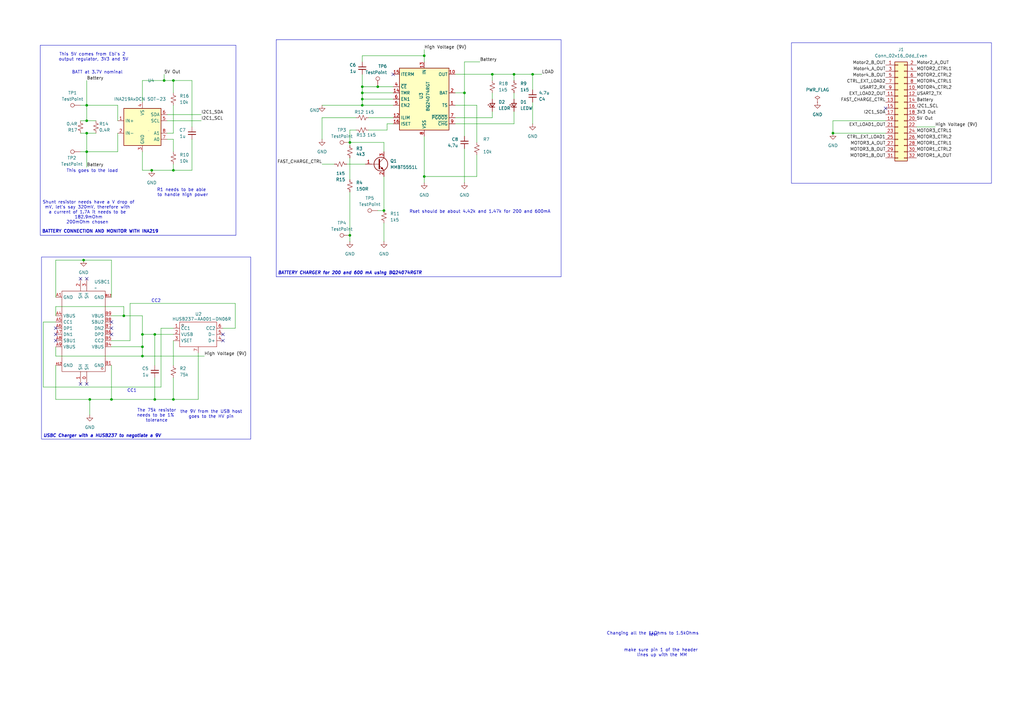
<source format=kicad_sch>
(kicad_sch (version 20250114) (generator "eeschema") (generator_version "9.0")
  (paper "A3")
  (title_block (title "Power board for MM") (date "2025-03-27") (rev "v2") (comment 1 "Author: Josh Smith (SMTJOS022)") (comment 2 "Author: Ebrahim Bhyat (BHYEBR002)"))
  (lib_symbols
    (symbol "Battery_Management:BQ24074RGT"
      (property "Reference" "U" (at -8.89 13.97 0))
      (property "Value" "BQ24074RGT" (at 16.51 13.97 0))
      (symbol "BQ24074RGT_0_1"
        (rectangle (start -10.16 12.7) (end 10.16 -12.7) (stroke (width 0.254)) (fill (type background)))
      )
      (symbol "BQ24074RGT_1_1"
        (pin input line (at -12.7 10.16 0) (length 2.54) (name "ITERM") (number "15"))
        (pin input line (at -12.7 5.08 0) (length 2.54) (name "~{CE}") (number "4"))
        (pin input line (at -12.7 2.54 0) (length 2.54) (name "TMR") (number "14"))
        (pin input line (at -12.7 0 0) (length 2.54) (name "EN1") (number "6"))
        (pin input line (at -12.7 -2.54 0) (length 2.54) (name "EN2") (number "5"))
        (pin passive line (at -12.7 -7.62 0) (length 2.54) (name "ILIM") (number "12"))
        (pin passive line (at -12.7 -10.16 0) (length 2.54) (name "ISET") (number "16"))
        (pin power_in line (at 0 15.24 270) (length 2.54) (name "IN") (number "13"))
        (pin passive line (at 0 -15.24 90) (length 2.54) (hide yes) (name "VSS") (number "17"))
        (pin power_in line (at 0 -15.24 90) (length 2.54) (name "VSS") (number "8"))
        (pin power_out line (at 12.7 10.16 180) (length 2.54) (name "OUT") (number "10"))
        (pin passive line (at 12.7 10.16 180) (length 2.54) (hide yes) (name "OUT") (number "11"))
        (pin power_out line (at 12.7 2.54 180) (length 2.54) (name "BAT") (number "2"))
        (pin passive line (at 12.7 2.54 180) (length 2.54) (hide yes) (name "BAT") (number "3"))
        (pin passive line (at 12.7 -2.54 180) (length 2.54) (name "TS") (number "1"))
        (pin open_collector line (at 12.7 -7.62 180) (length 2.54) (name "~{PGOOD}") (number "7"))
        (pin open_collector line (at 12.7 -10.16 180) (length 2.54) (name "~{CHG}") (number "9"))
      )
    )
    (symbol "Connector:TestPoint" (pin_numbers (hide yes)) (pin_names (offset 0.762) (hide yes))
      (property "Reference" "TP" (at 0 6.858 0))
      (property "Value" "TestPoint" (at 0 5.08 0))
      (symbol "TestPoint_0_1"
        (circle (center 0 3.302) (radius 0.762))
      )
      (symbol "TestPoint_1_1"
        (pin passive line (at 0 0 90) (length 2.54) (name "1") (number "1"))
      )
    )
    (symbol "Connector_Generic:Conn_02x16_Odd_Even" (pin_names (offset 1.016) (hide yes))
      (property "Reference" "J" (at 1.27 20.32 0))
      (property "Value" "Conn_02x16_Odd_Even" (at 1.27 -22.86 0))
      (symbol "Conn_02x16_Odd_Even_1_1"
        (rectangle (start -1.27 19.05) (end 3.81 -21.59) (stroke (width 0.254)) (fill (type background)))
        (rectangle (start -1.27 17.907) (end 0 17.653) (stroke (width 0.1524)))
        (rectangle (start -1.27 15.367) (end 0 15.113) (stroke (width 0.1524)))
        (rectangle (start -1.27 12.827) (end 0 12.573) (stroke (width 0.1524)))
        (rectangle (start -1.27 10.287) (end 0 10.033) (stroke (width 0.1524)))
        (rectangle (start -1.27 7.747) (end 0 7.493) (stroke (width 0.1524)))
        (rectangle (start -1.27 5.207) (end 0 4.953) (stroke (width 0.1524)))
        (rectangle (start -1.27 2.667) (end 0 2.413) (stroke (width 0.1524)))
        (rectangle (start -1.27 0.127) (end 0 -0.127) (stroke (width 0.1524)))
        (rectangle (start -1.27 -2.413) (end 0 -2.667) (stroke (width 0.1524)))
        (rectangle (start -1.27 -4.953) (end 0 -5.207) (stroke (width 0.1524)))
        (rectangle (start -1.27 -7.493) (end 0 -7.747) (stroke (width 0.1524)))
        (rectangle (start -1.27 -10.033) (end 0 -10.287) (stroke (width 0.1524)))
        (rectangle (start -1.27 -12.573) (end 0 -12.827) (stroke (width 0.1524)))
        (rectangle (start -1.27 -15.113) (end 0 -15.367) (stroke (width 0.1524)))
        (rectangle (start -1.27 -17.653) (end 0 -17.907) (stroke (width 0.1524)))
        (rectangle (start -1.27 -20.193) (end 0 -20.447) (stroke (width 0.1524)))
        (rectangle (start 3.81 17.907) (end 2.54 17.653) (stroke (width 0.1524)))
        (rectangle (start 3.81 15.367) (end 2.54 15.113) (stroke (width 0.1524)))
        (rectangle (start 3.81 12.827) (end 2.54 12.573) (stroke (width 0.1524)))
        (rectangle (start 3.81 10.287) (end 2.54 10.033) (stroke (width 0.1524)))
        (rectangle (start 3.81 7.747) (end 2.54 7.493) (stroke (width 0.1524)))
        (rectangle (start 3.81 5.207) (end 2.54 4.953) (stroke (width 0.1524)))
        (rectangle (start 3.81 2.667) (end 2.54 2.413) (stroke (width 0.1524)))
        (rectangle (start 3.81 0.127) (end 2.54 -0.127) (stroke (width 0.1524)))
        (rectangle (start 3.81 -2.413) (end 2.54 -2.667) (stroke (width 0.1524)))
        (rectangle (start 3.81 -4.953) (end 2.54 -5.207) (stroke (width 0.1524)))
        (rectangle (start 3.81 -7.493) (end 2.54 -7.747) (stroke (width 0.1524)))
        (rectangle (start 3.81 -10.033) (end 2.54 -10.287) (stroke (width 0.1524)))
        (rectangle (start 3.81 -12.573) (end 2.54 -12.827) (stroke (width 0.1524)))
        (rectangle (start 3.81 -15.113) (end 2.54 -15.367) (stroke (width 0.1524)))
        (rectangle (start 3.81 -17.653) (end 2.54 -17.907) (stroke (width 0.1524)))
        (rectangle (start 3.81 -20.193) (end 2.54 -20.447) (stroke (width 0.1524)))
        (pin passive line (at -5.08 17.78 0) (length 3.81) (name "Pin_1") (number "1"))
        (pin passive line (at -5.08 15.24 0) (length 3.81) (name "Pin_3") (number "3"))
        (pin passive line (at -5.08 12.7 0) (length 3.81) (name "Pin_5") (number "5"))
        (pin passive line (at -5.08 10.16 0) (length 3.81) (name "Pin_7") (number "7"))
        (pin passive line (at -5.08 7.62 0) (length 3.81) (name "Pin_9") (number "9"))
        (pin passive line (at -5.08 5.08 0) (length 3.81) (name "Pin_11") (number "11"))
        (pin passive line (at -5.08 2.54 0) (length 3.81) (name "Pin_13") (number "13"))
        (pin passive line (at -5.08 0 0) (length 3.81) (name "Pin_15") (number "15"))
        (pin passive line (at -5.08 -2.54 0) (length 3.81) (name "Pin_17") (number "17"))
        (pin passive line (at -5.08 -5.08 0) (length 3.81) (name "Pin_19") (number "19"))
        (pin passive line (at -5.08 -7.62 0) (length 3.81) (name "Pin_21") (number "21"))
        (pin passive line (at -5.08 -10.16 0) (length 3.81) (name "Pin_23") (number "23"))
        (pin passive line (at -5.08 -12.7 0) (length 3.81) (name "Pin_25") (number "25"))
        (pin passive line (at -5.08 -15.24 0) (length 3.81) (name "Pin_27") (number "27"))
        (pin passive line (at -5.08 -17.78 0) (length 3.81) (name "Pin_29") (number "29"))
        (pin passive line (at -5.08 -20.32 0) (length 3.81) (name "Pin_31") (number "31"))
        (pin passive line (at 7.62 17.78 180) (length 3.81) (name "Pin_2") (number "2"))
        (pin passive line (at 7.62 15.24 180) (length 3.81) (name "Pin_4") (number "4"))
        (pin passive line (at 7.62 12.7 180) (length 3.81) (name "Pin_6") (number "6"))
        (pin passive line (at 7.62 10.16 180) (length 3.81) (name "Pin_8") (number "8"))
        (pin passive line (at 7.62 7.62 180) (length 3.81) (name "Pin_10") (number "10"))
        (pin passive line (at 7.62 5.08 180) (length 3.81) (name "Pin_12") (number "12"))
        (pin passive line (at 7.62 2.54 180) (length 3.81) (name "Pin_14") (number "14"))
        (pin passive line (at 7.62 0 180) (length 3.81) (name "Pin_16") (number "16"))
        (pin passive line (at 7.62 -2.54 180) (length 3.81) (name "Pin_18") (number "18"))
        (pin passive line (at 7.62 -5.08 180) (length 3.81) (name "Pin_20") (number "20"))
        (pin passive line (at 7.62 -7.62 180) (length 3.81) (name "Pin_22") (number "22"))
        (pin passive line (at 7.62 -10.16 180) (length 3.81) (name "Pin_24") (number "24"))
        (pin passive line (at 7.62 -12.7 180) (length 3.81) (name "Pin_26") (number "26"))
        (pin passive line (at 7.62 -15.24 180) (length 3.81) (name "Pin_28") (number "28"))
        (pin passive line (at 7.62 -17.78 180) (length 3.81) (name "Pin_30") (number "30"))
        (pin passive line (at 7.62 -20.32 180) (length 3.81) (name "Pin_32") (number "32"))
      )
    )
    (symbol "Device:C_Small" (pin_numbers (hide yes)) (pin_names (offset 0.254) (hide yes))
      (property "Reference" "C" (at 0.254 1.778 0))
      (property "Value" "C_Small" (at 0.254 -2.032 0))
      (symbol "C_Small_0_1"
        (polyline (pts (xy -1.524 0.508) (xy 1.524 0.508)) (stroke (width 0.3048)))
        (polyline (pts (xy -1.524 -0.508) (xy 1.524 -0.508)) (stroke (width 0.3302)))
      )
      (symbol "C_Small_1_1"
        (pin passive line (at 0 2.54 270) (length 2.032) (name "~") (number "1"))
        (pin passive line (at 0 -2.54 90) (length 2.032) (name "~") (number "2"))
      )
    )
    (symbol "Device:LED_Small" (pin_numbers (hide yes)) (pin_names (offset 0.254) (hide yes))
      (property "Reference" "D" (at -1.27 3.175 0))
      (property "Value" "LED_Small" (at -4.445 -2.54 0))
      (symbol "LED_Small_0_1"
        (polyline (pts (xy -0.762 -1.016) (xy -0.762 1.016)) (stroke (width 0.254)))
        (polyline (pts (xy 0 0.762) (xy -0.508 1.27) (xy -0.254 1.27) (xy -0.508 1.27) (xy -0.508 1.016)))
        (polyline (pts (xy 0.508 1.27) (xy 0 1.778) (xy 0.254 1.778) (xy 0 1.778) (xy 0 1.524)))
        (polyline (pts (xy 0.762 -1.016) (xy -0.762 0) (xy 0.762 1.016) (xy 0.762 -1.016)) (stroke (width 0.254)))
        (polyline (pts (xy 1.016 0) (xy -0.762 0)))
      )
      (symbol "LED_Small_1_1"
        (pin passive line (at -2.54 0 0) (length 1.778) (name "K") (number "1"))
        (pin passive line (at 2.54 0 180) (length 1.778) (name "A") (number "2"))
      )
    )
    (symbol "Device:R_Small_US" (pin_numbers (hide yes)) (pin_names (offset 0.254) (hide yes))
      (property "Reference" "R" (at 0.762 0.508 0))
      (property "Value" "R_Small_US" (at 0.762 -1.016 0))
      (symbol "R_Small_US_1_1"
        (polyline (pts (xy 0 1.524) (xy 1.016 1.143) (xy 0 0.762) (xy -1.016 0.381) (xy 0 0)))
        (polyline (pts (xy 0 0) (xy 1.016 -0.381) (xy 0 -0.762) (xy -1.016 -1.143) (xy 0 -1.524)))
        (pin passive line (at 0 2.54 270) (length 1.016) (name "~") (number "1"))
        (pin passive line (at 0 -2.54 90) (length 1.016) (name "~") (number "2"))
      )
    )
    (symbol "GND_1" (power) (pin_numbers (hide yes)) (pin_names (offset 0) (hide yes))
      (property "Value" "GND" (at 0 -3.81 0))
      (symbol "GND_1_0_1"
        (polyline (pts (xy 0 0) (xy 0 -1.27) (xy 1.27 -1.27) (xy 0 -2.54) (xy -1.27 -1.27) (xy 0 -1.27)))
      )
      (symbol "GND_1_1_1"
        (pin power_in line (at 0 0 270) (length 0) (name "~") (number "1"))
      )
    )
    (symbol "GND_2" (power) (pin_numbers (hide yes)) (pin_names (offset 0) (hide yes))
      (property "Value" "GND" (at 0 -3.81 0))
      (symbol "GND_2_0_1"
        (polyline (pts (xy 0 0) (xy 0 -1.27) (xy 1.27 -1.27) (xy 0 -2.54) (xy -1.27 -1.27) (xy 0 -1.27)))
      )
      (symbol "GND_2_1_1"
        (pin power_in line (at 0 0 270) (length 0) (name "~") (number "1"))
      )
    )
    (symbol "GND_3" (power) (pin_numbers (hide yes)) (pin_names (offset 0) (hide yes))
      (property "Value" "GND" (at 0 -3.81 0))
      (symbol "GND_3_0_1"
        (polyline (pts (xy 0 0) (xy 0 -1.27) (xy 1.27 -1.27) (xy 0 -2.54) (xy -1.27 -1.27) (xy 0 -1.27)))
      )
      (symbol "GND_3_1_1"
        (pin power_in line (at 0 0 270) (length 0) (name "~") (number "1"))
      )
    )
    (symbol "GND_4" (power) (pin_numbers (hide yes)) (pin_names (offset 0) (hide yes))
      (property "Value" "GND" (at 0 -3.81 0))
      (symbol "GND_4_0_1"
        (polyline (pts (xy 0 0) (xy 0 -1.27) (xy 1.27 -1.27) (xy 0 -2.54) (xy -1.27 -1.27) (xy 0 -1.27)))
      )
      (symbol "GND_4_1_1"
        (pin power_in line (at 0 0 270) (length 0) (name "~") (number "1"))
      )
    )
    (symbol "GND_5" (power) (pin_numbers (hide yes)) (pin_names (offset 0) (hide yes))
      (property "Value" "GND" (at 0 -3.81 0))
      (symbol "GND_5_0_1"
        (polyline (pts (xy 0 0) (xy 0 -1.27) (xy 1.27 -1.27) (xy 0 -2.54) (xy -1.27 -1.27) (xy 0 -1.27)))
      )
      (symbol "GND_5_1_1"
        (pin power_in line (at 0 0 270) (length 0) (name "~") (number "1"))
      )
    )
    (symbol "Sensor_Energy:INA219AxDCN"
      (property "Reference" "U" (at -6.35 8.89 0))
      (property "Value" "INA219AxDCN" (at 6.35 8.89 0))
      (symbol "INA219AxDCN_0_1"
        (rectangle (start -7.62 7.62) (end 7.62 -7.62) (stroke (width 0.254)) (fill (type background)))
      )
      (symbol "INA219AxDCN_1_1"
        (pin input line (at -10.16 2.54 0) (length 2.54) (name "IN+") (number "1"))
        (pin input line (at -10.16 -2.54 0) (length 2.54) (name "IN-") (number "2"))
        (pin power_in line (at 0 10.16 270) (length 2.54) (name "VS") (number "4"))
        (pin power_in line (at 0 -10.16 90) (length 2.54) (name "GND") (number "3"))
        (pin bidirectional line (at 10.16 5.08 180) (length 2.54) (name "SDA") (number "6"))
        (pin input line (at 10.16 2.54 180) (length 2.54) (name "SCL") (number "5"))
        (pin input line (at 10.16 -2.54 180) (length 2.54) (name "A1") (number "8"))
        (pin input line (at 10.16 -5.08 180) (length 2.54) (name "A0") (number "7"))
      )
    )
    (symbol "TYPE-C-31-M-12 Schematic:TYPE-C-31-M-12"
      (property "Reference" "USBC" (at 0 0 0))
      (symbol "TYPE-C-31-M-12_1_0"
        (rectangle (start -8.89 -16.51) (end 8.89 16.51))
        (circle (center -7.62 15.24) (radius 0.381))
        (pin unspecified line (at -11.43 13.97 0) (length 2.54) (name "GND") (number "B1"))
        (pin unspecified line (at -11.43 6.35 0) (length 2.54) (name "VBUS") (number "B4"))
        (pin unspecified line (at -11.43 3.81 0) (length 2.54) (name "CC2") (number "B5"))
        (pin unspecified line (at -11.43 1.27 0) (length 2.54) (name "DP2") (number "B6"))
        (pin unspecified line (at -11.43 -1.27 0) (length 2.54) (name "DN2") (number "B7"))
        (pin unspecified line (at -11.43 -3.81 0) (length 2.54) (name "SBU2") (number "B8"))
        (pin unspecified line (at -11.43 -6.35 0) (length 2.54) (name "VBUS") (number "B9"))
        (pin unspecified line (at -11.43 -13.97 0) (length 2.54) (name "GND") (number "B12"))
        (pin unspecified line (at -1.27 21.59 270) (length 5.08) (name "SH") (number "0"))
        (pin unspecified line (at -1.27 -21.59 90) (length 5.08) (name "SH") (number "3"))
        (pin unspecified line (at 1.27 21.59 270) (length 5.08) (name "SH") (number "1"))
        (pin unspecified line (at 1.27 -21.59 90) (length 5.08) (name "SH") (number "2"))
        (pin unspecified line (at 11.43 13.97 180) (length 2.54) (name "GND") (number "A12"))
        (pin unspecified line (at 11.43 6.35 180) (length 2.54) (name "VBUS") (number "A9"))
        (pin unspecified line (at 11.43 3.81 180) (length 2.54) (name "SBU1") (number "A8"))
        (pin unspecified line (at 11.43 1.27 180) (length 2.54) (name "DN1") (number "A7"))
        (pin unspecified line (at 11.43 -1.27 180) (length 2.54) (name "DP1") (number "A6"))
        (pin unspecified line (at 11.43 -3.81 180) (length 2.54) (name "CC1") (number "A5"))
        (pin unspecified line (at 11.43 -6.35 180) (length 2.54) (name "VBUS") (number "A4"))
        (pin unspecified line (at 11.43 -13.97 180) (length 2.54) (name "GND") (number "A1"))
      )
    )
    (symbol "Transistor_BJT:MMBT5551L" (pin_names (offset 0) (hide yes))
      (property "Reference" "Q" (at 5.08 1.905 0))
      (property "Value" "MMBT5551L" (at 5.08 0 0))
      (symbol "MMBT5551L_0_1"
        (polyline (pts (xy -2.54 0) (xy 0.635 0)))
        (polyline (pts (xy 0.635 1.905) (xy 0.635 -1.905)) (stroke (width 0.508)))
        (circle (center 1.27 0) (radius 2.8194) (stroke (width 0.254)))
      )
      (symbol "MMBT5551L_1_1"
        (polyline (pts (xy 0.635 0.635) (xy 2.54 2.54)))
        (polyline (pts (xy 0.635 -0.635) (xy 2.54 -2.54)))
        (polyline (pts (xy 1.27 -1.778) (xy 1.778 -1.27) (xy 2.286 -2.286) (xy 1.27 -1.778)) (fill (type outline)))
        (pin input line (at -5.08 0 0) (length 2.54) (name "B") (number "1"))
        (pin passive line (at 2.54 5.08 270) (length 2.54) (name "C") (number "3"))
        (pin passive line (at 2.54 -5.08 90) (length 2.54) (name "E") (number "2"))
      )
    )
    (symbol "penis-altium-import:root_0_HUSB237-AA001-DN06R_"
      (symbol "root_0_HUSB237-AA001-DN06R__1_0"
        (rectangle (start -7.62 5.08) (end 7.62 -5.08) (stroke (width 0) (color 160 0 0 1)))
        (circle (center -6.35 3.81) (radius 0.381) (stroke (width 0) (color 0 0 0 1)))
        (pin passive line (at -10.16 2.54 0) (length 2.54) (name "CC1") (number "1"))
        (pin passive line (at -10.16 0 0) (length 2.54) (name "VUSB") (number "2"))
        (pin passive line (at -10.16 -2.54 0) (length 2.54) (name "VSET") (number "3"))
        (pin passive line (at 0 -7.62 90) (length 2.54) (name "GND") (number "7"))
        (pin passive line (at 10.16 2.54 180) (length 2.54) (name "CC2") (number "6"))
        (pin passive line (at 10.16 0 180) (length 2.54) (name "D-") (number "5"))
        (pin passive line (at 10.16 -2.54 180) (length 2.54) (name "D+") (number "4"))
      )
    )
    (symbol "power:PWR_FLAG" (power) (pin_numbers (hide yes)) (pin_names (offset 0) (hide yes))
      (property "Value" "PWR_FLAG" (at 0 3.81 0))
      (symbol "PWR_FLAG_0_0"
        (pin power_out line (at 0 0 90) (length 0) (name "~") (number "1"))
      )
      (symbol "PWR_FLAG_0_1"
        (polyline (pts (xy 0 0) (xy 0 1.27) (xy -1.016 1.905) (xy 0 2.54) (xy 1.016 1.905) (xy 0 1.27)))
      )
    )
  )
  (rectangle (start 113.284 16.256) (end 230.124 113.538))
  (rectangle (start 17.018 105.41) (end 102.87 180.086))
  (rectangle (start 324.612 17.526) (end 406.654 75.184))
  (rectangle (start 16.51 18.542) (end 96.774 96.52))
  (rectangle (start 60.96 53.594) (end 60.96 53.594))
  (text "This 5V comes from Ebi's 2 \noutput regulator, 3V3 and 5V\n" (at 38.354 23.368 0) (effects (font (size 1.27 1.27))))
  (text "This goes to the load\n" (at 37.846 70.104 0) (effects (font (size 1.27 1.27))))
  (text "Shunt resistor needs have a V drop of\nmV, let's say 320mV, therefore with \na current of 1.7A it needs to be \n182.9mOhm\n200mOhm chosen \n" (at 36.322 87.122 0) (effects (font (size 1.27 1.27))))
  (text "R1 needs to be able \nto handle high power\n" (at 74.93 78.994 0) (effects (font (size 1.27 1.27))))
  (text "BATTERY CONNECTION AND MONITOR WITH INA219\n" (at 41.148 94.996 0) (effects (font (size 1.27 1.27) (thickness 0.254) (bold yes))))
  (text "Rset should be about 4.42k and 1.47k for 200 and 600mA\n" (at 196.85 86.868 0) (effects (font (size 1.27 1.27))))
  (text "BATTERY CHARGER for 200 and 600 mA using BQ24074RGTR\n" (at 143.51 112.014 0) (effects (font (size 1.27 1.27) (thickness 0.254) (bold yes) (italic yes))))
  (text "USBC Charger with a HUSB237 to negotiate a 9V\n" (at 41.91 178.816 0) (effects (font (size 1.27 1.27) (thickness 0.254) (bold yes) (italic yes))))
  (text "make sure pin 1 of the header \nlines up with the MM\n" (at 271.526 267.716 0) (effects (font (size 1.27 1.27))))
  (text "BATT at 3.7V nominal\n\n" (at 39.878 30.734 0) (effects (font (size 1.27 1.27))))
  (text "the 9V from the USB host\ngoes to the HV pin\n" (at 86.614 169.926 0) (effects (font (size 1.27 1.27))))
  (text "Changing all the 1kOhms to 1.5kOhms" (at 267.716 259.842 0) (effects (font (size 1.27 1.27))))
  (text "test\n" (at 267.97 260.35 0) (effects (font (size 1.27 1.27))))
  (text "The 75k resistor\nneeds to be 1% \ntolerance\n" (at 64.262 170.434 0) (effects (font (size 1.27 1.27))))
  (text "CC1" (at 54.102 160.274 0) (effects (font (size 1.27 1.27))))
  (text "CC2" (at 64.008 123.444 0) (effects (font (size 1.27 1.27))))
  (junction (at 154.94 35.56))
  (junction (at 35.56 54.61))
  (junction (at 201.93 30.48))
  (junction (at 58.42 146.05))
  (junction (at 148.59 35.56))
  (junction (at 58.42 137.16))
  (junction (at 36.83 163.83))
  (junction (at 148.59 43.18))
  (junction (at 210.82 30.48))
  (junction (at 143.51 58.42))
  (junction (at 341.63 54.61))
  (junction (at 67.31 33.02))
  (junction (at 148.59 40.64))
  (junction (at 35.56 49.53))
  (junction (at 71.12 163.83))
  (junction (at 35.56 62.23))
  (junction (at 71.12 69.85))
  (junction (at 173.99 72.39))
  (junction (at 34.29 106.68))
  (junction (at 58.42 142.24))
  (junction (at 71.12 33.02))
  (junction (at 143.51 96.52))
  (junction (at 35.56 43.18))
  (junction (at 190.5 38.1))
  (junction (at 173.99 22.86))
  (junction (at 218.44 30.48))
  (junction (at 63.5 163.83))
  (junction (at 157.48 86.36))
  (junction (at 50.8 129.54))
  (junction (at 148.59 38.1))
  (junction (at 62.23 69.85))
  (junction (at 63.5 137.16))
  (junction (at 45.72 163.83))
  (no_connect (at 363.22 44.45))
  (no_connect (at 22.86 137.16))
  (no_connect (at 91.44 139.7))
  (no_connect (at 45.72 132.08))
  (no_connect (at 35.56 114.3))
  (no_connect (at 45.72 134.62))
  (no_connect (at 22.86 134.62))
  (no_connect (at 91.44 137.16))
  (no_connect (at 33.02 157.48))
  (no_connect (at 45.72 137.16))
  (no_connect (at 161.29 30.48))
  (no_connect (at 33.02 114.3))
  (no_connect (at 35.56 157.48))
  (no_connect (at 22.86 139.7))
  (wire (pts (xy 151.13 53.34) (xy 158.75 53.34)))
  (wire (pts (xy 63.5 163.83) (xy 71.12 163.83)))
  (wire (pts (xy 148.59 38.1) (xy 161.29 38.1)))
  (wire (pts (xy 58.42 129.54) (xy 58.42 137.16)))
  (wire (pts (xy 190.5 25.4) (xy 196.85 25.4)))
  (wire (pts (xy 201.93 30.48) (xy 210.82 30.48)))
  (wire (pts (xy 148.59 40.64) (xy 161.29 40.64)))
  (wire (pts (xy 81.28 163.83) (xy 81.28 144.78)))
  (wire (pts (xy 186.69 38.1) (xy 190.5 38.1)))
  (wire (pts (xy 148.59 35.56) (xy 148.59 38.1)))
  (wire (pts (xy 35.56 54.61) (xy 35.56 62.23)))
  (wire (pts (xy 50.8 129.54) (xy 45.72 129.54)))
  (wire (pts (xy 48.26 43.18) (xy 48.26 49.53)))
  (wire (pts (xy 190.5 74.93) (xy 190.5 60.96)))
  (wire (pts (xy 190.5 25.4) (xy 190.5 38.1)))
  (wire (pts (xy 218.44 30.48) (xy 218.44 36.83)))
  (wire (pts (xy 22.86 149.86) (xy 22.86 163.83)))
  (wire (pts (xy 195.58 43.18) (xy 195.58 58.42)))
  (wire (pts (xy 22.86 132.08) (xy 17.78 132.08)))
  (wire (pts (xy 68.58 57.15) (xy 71.12 57.15)))
  (wire (pts (xy 148.59 38.1) (xy 148.59 40.64)))
  (wire (pts (xy 71.12 57.15) (xy 71.12 62.23)))
  (wire (pts (xy 201.93 45.72) (xy 201.93 48.26)))
  (wire (pts (xy 143.51 53.34) (xy 146.05 53.34)))
  (wire (pts (xy 210.82 30.48) (xy 218.44 30.48)))
  (wire (pts (xy 186.69 30.48) (xy 201.93 30.48)))
  (wire (pts (xy 22.86 129.54) (xy 22.86 125.73)))
  (wire (pts (xy 58.42 69.85) (xy 62.23 69.85)))
  (wire (pts (xy 45.72 142.24) (xy 58.42 142.24)))
  (wire (pts (xy 210.82 45.72) (xy 210.82 50.8)))
  (wire (pts (xy 58.42 62.23) (xy 58.42 69.85)))
  (wire (pts (xy 35.56 49.53) (xy 33.02 49.53)))
  (wire (pts (xy 71.12 33.02) (xy 71.12 38.1)))
  (wire (pts (xy 58.42 137.16) (xy 58.42 142.24)))
  (wire (pts (xy 148.59 30.48) (xy 148.59 35.56)))
  (wire (pts (xy 154.94 35.56) (xy 148.59 35.56)))
  (wire (pts (xy 71.12 139.7) (xy 71.12 149.86)))
  (wire (pts (xy 45.72 163.83) (xy 63.5 163.83)))
  (wire (pts (xy 33.02 54.61) (xy 35.56 54.61)))
  (wire (pts (xy 67.31 33.02) (xy 71.12 33.02)))
  (wire (pts (xy 186.69 48.26) (xy 201.93 48.26)))
  (wire (pts (xy 186.69 43.18) (xy 195.58 43.18)))
  (wire (pts (xy 157.48 91.44) (xy 157.48 99.06)))
  (wire (pts (xy 66.04 134.62) (xy 66.04 158.75)))
  (wire (pts (xy 63.5 137.16) (xy 71.12 137.16)))
  (wire (pts (xy 22.86 106.68) (xy 34.29 106.68)))
  (wire (pts (xy 218.44 41.91) (xy 218.44 50.8)))
  (wire (pts (xy 143.51 53.34) (xy 143.51 58.42)))
  (wire (pts (xy 195.58 63.5) (xy 195.58 72.39)))
  (wire (pts (xy 132.08 43.18) (xy 148.59 43.18)))
  (wire (pts (xy 210.82 33.02) (xy 210.82 30.48)))
  (wire (pts (xy 142.24 67.31) (xy 149.86 67.31)))
  (wire (pts (xy 78.74 57.15) (xy 78.74 69.85)))
  (wire (pts (xy 190.5 38.1) (xy 190.5 55.88)))
  (wire (pts (xy 17.78 132.08) (xy 17.78 158.75)))
  (wire (pts (xy 53.34 124.46) (xy 96.52 124.46)))
  (wire (pts (xy 58.42 129.54) (xy 50.8 129.54)))
  (wire (pts (xy 173.99 22.86) (xy 148.59 22.86)))
  (wire (pts (xy 66.04 134.62) (xy 71.12 134.62)))
  (wire (pts (xy 148.59 22.86) (xy 148.59 25.4)))
  (wire (pts (xy 17.78 158.75) (xy 66.04 158.75)))
  (wire (pts (xy 148.59 40.64) (xy 148.59 43.18)))
  (wire (pts (xy 154.94 86.36) (xy 157.48 86.36)))
  (wire (pts (xy 201.93 30.48) (xy 201.93 33.02)))
  (wire (pts (xy 341.63 49.53) (xy 363.22 49.53)))
  (wire (pts (xy 58.42 142.24) (xy 58.42 146.05)))
  (wire (pts (xy 22.86 142.24) (xy 22.86 146.05)))
  (wire (pts (xy 58.42 33.02) (xy 58.42 41.91)))
  (wire (pts (xy 161.29 35.56) (xy 154.94 35.56)))
  (wire (pts (xy 58.42 146.05) (xy 83.82 146.05)))
  (wire (pts (xy 39.37 49.53) (xy 35.56 49.53)))
  (wire (pts (xy 173.99 55.88) (xy 173.99 72.39)))
  (wire (pts (xy 36.83 163.83) (xy 45.72 163.83)))
  (wire (pts (xy 218.44 30.48) (xy 222.25 30.48)))
  (wire (pts (xy 143.51 78.74) (xy 143.51 96.52)))
  (wire (pts (xy 143.51 96.52) (xy 143.51 99.06)))
  (wire (pts (xy 158.75 50.8) (xy 158.75 53.34)))
  (wire (pts (xy 210.82 38.1) (xy 210.82 40.64)))
  (wire (pts (xy 22.86 125.73) (xy 50.8 125.73)))
  (wire (pts (xy 63.5 154.94) (xy 63.5 163.83)))
  (wire (pts (xy 36.83 170.18) (xy 36.83 163.83)))
  (wire (pts (xy 143.51 58.42) (xy 143.51 59.69)))
  (wire (pts (xy 35.56 62.23) (xy 48.26 62.23)))
  (wire (pts (xy 35.56 43.18) (xy 48.26 43.18)))
  (wire (pts (xy 45.72 106.68) (xy 45.72 121.92)))
  (wire (pts (xy 33.02 43.18) (xy 35.56 43.18)))
  (wire (pts (xy 173.99 20.32) (xy 173.99 22.86)))
  (wire (pts (xy 53.34 139.7) (xy 53.34 124.46)))
  (wire (pts (xy 132.08 48.26) (xy 146.05 48.26)))
  (wire (pts (xy 45.72 139.7) (xy 53.34 139.7)))
  (wire (pts (xy 143.51 64.77) (xy 143.51 73.66)))
  (wire (pts (xy 71.12 69.85) (xy 78.74 69.85)))
  (wire (pts (xy 96.52 124.46) (xy 96.52 134.62)))
  (wire (pts (xy 383.54 52.07) (xy 375.92 52.07)))
  (wire (pts (xy 173.99 22.86) (xy 173.99 25.4)))
  (wire (pts (xy 58.42 33.02) (xy 67.31 33.02)))
  (wire (pts (xy 48.26 54.61) (xy 48.26 62.23)))
  (wire (pts (xy 68.58 46.99) (xy 82.55 46.99)))
  (wire (pts (xy 341.63 54.61) (xy 341.63 49.53)))
  (wire (pts (xy 22.86 163.83) (xy 36.83 163.83)))
  (wire (pts (xy 62.23 69.85) (xy 71.12 69.85)))
  (wire (pts (xy 148.59 43.18) (xy 161.29 43.18)))
  (wire (pts (xy 157.48 58.42) (xy 157.48 62.23)))
  (wire (pts (xy 35.56 62.23) (xy 35.56 68.58)))
  (wire (pts (xy 71.12 67.31) (xy 71.12 69.85)))
  (wire (pts (xy 58.42 137.16) (xy 63.5 137.16)))
  (wire (pts (xy 68.58 49.53) (xy 82.55 49.53)))
  (wire (pts (xy 35.56 54.61) (xy 39.37 54.61)))
  (wire (pts (xy 161.29 50.8) (xy 158.75 50.8)))
  (wire (pts (xy 33.02 62.23) (xy 35.56 62.23)))
  (wire (pts (xy 173.99 72.39) (xy 173.99 74.93)))
  (wire (pts (xy 35.56 33.02) (xy 35.56 43.18)))
  (wire (pts (xy 34.29 106.68) (xy 45.72 106.68)))
  (wire (pts (xy 71.12 154.94) (xy 71.12 163.83)))
  (wire (pts (xy 22.86 146.05) (xy 58.42 146.05)))
  (wire (pts (xy 341.63 54.61) (xy 363.22 54.61)))
  (wire (pts (xy 96.52 134.62) (xy 91.44 134.62)))
  (wire (pts (xy 78.74 33.02) (xy 78.74 52.07)))
  (wire (pts (xy 71.12 163.83) (xy 81.28 163.83)))
  (wire (pts (xy 45.72 149.86) (xy 45.72 163.83)))
  (wire (pts (xy 63.5 137.16) (xy 63.5 149.86)))
  (wire (pts (xy 67.31 33.02) (xy 67.31 30.48)))
  (wire (pts (xy 68.58 54.61) (xy 71.12 54.61)))
  (wire (pts (xy 157.48 72.39) (xy 157.48 86.36)))
  (wire (pts (xy 201.93 38.1) (xy 201.93 40.64)))
  (wire (pts (xy 71.12 54.61) (xy 71.12 43.18)))
  (wire (pts (xy 173.99 72.39) (xy 195.58 72.39)))
  (wire (pts (xy 50.8 125.73) (xy 50.8 129.54)))
  (wire (pts (xy 35.56 43.18) (xy 35.56 49.53)))
  (wire (pts (xy 132.08 48.26) (xy 132.08 57.15)))
  (wire (pts (xy 161.29 48.26) (xy 151.13 48.26)))
  (wire (pts (xy 143.51 58.42) (xy 157.48 58.42)))
  (wire (pts (xy 22.86 106.68) (xy 22.86 121.92)))
  (wire (pts (xy 71.12 33.02) (xy 78.74 33.02)))
  (wire (pts (xy 132.08 67.31) (xy 137.16 67.31)))
  (wire (pts (xy 210.82 50.8) (xy 186.69 50.8)))
  (label "EXT_LOAD2_OUT" (at 363.22 39.37 180))
  (label "I2C1_SCL" (at 82.55 49.53 0))
  (label "FAST_CHARGE_CTRL" (at 363.22 41.91 180))
  (label "Motor4_A_OUT" (at 363.22 29.21 180))
  (label "High Voltage (9V)" (at 383.54 52.07 0))
  (label "CTRL_EXT_LOAD1" (at 363.22 57.15 180))
  (label "Battery" (at 196.85 25.4 0))
  (label "MOTOR1_B_OUT" (at 363.22 64.77 180))
  (label "FAST_CHARGE_CTRL" (at 132.08 67.31 180))
  (label "5V Out" (at 67.31 30.48 0))
  (label "Battery" (at 35.56 33.02 0))
  (label "5V Out" (at 375.92 49.53 0))
  (label "LOAD" (at 222.25 30.48 0))
  (label "High Voltage (9V)" (at 173.99 20.32 0))
  (label "High Voltage (9V)" (at 83.82 146.05 0))
  (label "EXT_LOAD1_OUT" (at 363.22 52.07 180))
  (label "3V3 Out" (at 375.92 46.99 0))
  (label "MOTOR2_CTRL2" (at 375.92 31.75 0))
  (label "Battery" (at 375.92 41.91 0))
  (label "MOTOR3_CTRL1" (at 375.92 54.61 0))
  (label "MOTOR3_B_OUT" (at 363.22 62.23 180))
  (label "MOTOR1_CTRL1" (at 375.92 59.69 0))
  (label "MOTOR4_CTRL2" (at 375.92 36.83 0))
  (label "MOTOR3_A_OUT" (at 363.22 59.69 180))
  (label "I2C1_SCL" (at 375.92 44.45 0))
  (label "MOTOR1_CTRL2" (at 375.92 62.23 0))
  (label "I2C1_SDA" (at 363.22 46.99 180))
  (label "USART2_TX" (at 375.92 39.37 0))
  (label "MOTOR1_A_OUT" (at 375.92 64.77 0))
  (label "CTRL_EXT_LOAD2" (at 363.22 34.29 180))
  (label "Motor4_B_OUT" (at 363.22 31.75 180))
  (label "Motor2_B_OUT" (at 363.22 26.67 180))
  (label "MOTOR3_CTRL2" (at 375.92 57.15 0))
  (label "Battery" (at 35.56 68.58 0))
  (label "MOTOR2_CTRL1" (at 375.92 29.21 0))
  (label "USART2_RX" (at 363.22 36.83 180))
  (label "MOTOR4_CTRL1" (at 375.92 34.29 0))
  (label "I2C1_SDA" (at 82.55 46.99 0))
  (label "Motor2_A_OUT" (at 375.92 26.67 0))
  (symbol (lib_id "Device:R_Small_US") (at 195.58 60.96 0) (unit 1)
    (property "Reference" "R7" (at 198.12 57.1499 0) (effects (justify left)))
    (property "Value" "10k" (at 198.12 62.2299 0) (effects (justify left)))
    (property "Footprint" "Resistor_SMD:R_0603_1608Metric_Pad0.98x0.95mm_HandSolder" (effects (hide yes)))
    (property "Description" "Resistor, small US symbol" (effects (hide yes)))
    (property "LCSC" "C25804" (effects (hide yes)))
  )
  (symbol (lib_id "Device:R_Small_US") (at 71.12 40.64 0) (unit 1)
    (property "Reference" "R16" (at 73.66 39.3699 0) (effects (justify left)))
    (property "Value" "10k" (at 73.66 41.9099 0) (effects (justify left)))
    (property "Footprint" "Resistor_SMD:R_0603_1608Metric_Pad0.98x0.95mm_HandSolder" (effects (hide yes)))
    (property "Description" "Resistor, small US symbol" (effects (hide yes)))
    (property "Supplier" "LCSC" (effects (hide yes)))
    (property "LCSC" "C25804" (effects (hide yes)))
  )
  (symbol (lib_id "Device:R_Small_US") (at 148.59 53.34 90) (mirror x) (unit 1)
    (property "Reference" "R13" (at 148.082 55.372 90))
    (property "Value" "1k5" (at 152.4 55.372 90))
    (property "Footprint" "Resistor_SMD:R_0603_1608Metric_Pad0.98x0.95mm_HandSolder" (effects (hide yes)))
    (property "Description" "Resistor, small US symbol" (effects (hide yes)))
    (property "Supplier" "LCSC" (effects (hide yes)))
    (property "LCSC" "C22843" (effects (hide yes)))
  )
  (symbol (lib_name "GND_4") (lib_id "power:GND") (at 143.51 99.06 0) (unit 1)
    (property "Reference" "#PWR08" (effects (hide yes)))
    (property "Value" "GND" (at 143.51 104.14 0))
    (property "Description" "Power symbol creates a global label with name \"GND\" , ground" (effects (hide yes)))
  )
  (symbol (lib_name "GND_5") (lib_id "power:GND") (at 335.28 41.91 0) (unit 1)
    (property "Reference" "#PWR014" (effects (hide yes)))
    (property "Value" "GND" (at 335.28 46.99 0))
    (property "Description" "Power symbol creates a global label with name \"GND\" , ground" (effects (hide yes)))
  )
  (symbol (lib_id "Device:C_Small") (at 190.5 58.42 0) (mirror x) (unit 1)
    (property "Reference" "C8" (at 187.96 57.1435 0) (effects (justify right)))
    (property "Value" "4.7u" (at 187.96 59.6835 0) (effects (justify right)))
    (property "Footprint" "Capacitor_SMD:C_0603_1608Metric_Pad1.08x0.95mm_HandSolder" (effects (hide yes)))
    (property "Description" "Unpolarized capacitor, small symbol" (effects (hide yes)))
    (property "Supplier" "LCSC" (effects (hide yes)))
    (property "LCSC" "C19666" (effects (hide yes)))
  )
  (symbol (lib_id "TYPE-C-31-M-12 Schematic:TYPE-C-31-M-12") (at 34.29 135.89 180) (unit 1)
    (property "Reference" "USBC1" (at 38.6781 115.57 0) (effects (justify right)))
    (property "Value" "~" (at 38.6781 118.11 0) (effects (justify right)))
    (property "Footprint" "Connector_USB:USB_C_Receptacle_HRO_TYPE-C-31-M-12" (effects (hide yes)))
    (property "Datasheet" "https://atta.szlcsc.com/upload/public/pdf/source/20220525/466408E853115E789EDB0DDC29077C05.pdf" (effects (hide yes)))
    (property "Description" "Connector Type:Type-C Standard:- Gender:Female Mounting Style:- Number of Contacts:16P Number of Ports:1 Current Rating - Power (Max):5A Operating Temperature Range:- Operating Temperature Range:-" (effects (hide yes)))
    (property "Manufacturer Part" "TYPE-C-31-M-12" (effects (hide yes)))
    (property "Manufacturer" "韩国韩荣" (effects (hide yes)))
    (property "LCSC" "C165948" (effects (hide yes)))
    (property "Supplier" "LCSC" (effects (hide yes)))
    (property "LCSC Part Name" "Type-C 母" (effects (hide yes)))
  )
  (symbol (lib_id "Device:C_Small") (at 148.59 27.94 0) (mirror y) (unit 1)
    (property "Reference" "C6" (at 146.05 26.6762 0) (effects (justify left)))
    (property "Value" "1u" (at 146.05 29.2162 0) (effects (justify left)))
    (property "Footprint" "Capacitor_SMD:C_0603_1608Metric_Pad1.08x0.95mm_HandSolder" (effects (hide yes)))
    (property "Description" "Unpolarized capacitor, small symbol" (effects (hide yes)))
    (property "Supplier" "LCSC" (effects (hide yes)))
    (property "LCSC" "C15849" (effects (hide yes)))
  )
  (symbol (lib_id "Connector:TestPoint") (at 143.51 96.52 90) (unit 1)
    (property "Reference" "TP4" (at 140.208 91.44 90))
    (property "Value" "TestPoint" (at 140.208 93.98 90))
    (property "Footprint" "TestPoint:TestPoint_Pad_D3.0mm" (effects (hide yes)))
    (property "Description" "test point" (effects (hide yes)))
  )
  (symbol (lib_id "Device:R_Small_US") (at 148.59 48.26 90) (unit 1)
    (property "Reference" "R12" (at 147.32 45.974 90))
    (property "Value" "1k5" (at 151.638 45.974 90))
    (property "Footprint" "Resistor_SMD:R_0603_1608Metric_Pad0.98x0.95mm_HandSolder" (effects (hide yes)))
    (property "Description" "Resistor, small US symbol" (effects (hide yes)))
    (property "Supplier" "LCSC" (effects (hide yes)))
    (property "LCSC" "C22843" (effects (hide yes)))
  )
  (symbol (lib_id "Device:R_Small_US") (at 71.12 64.77 0) (unit 1)
    (property "Reference" "R10" (at 73.66 63.4999 0) (effects (justify left)))
    (property "Value" "10k" (at 73.66 66.0399 0) (effects (justify left)))
    (property "Footprint" "Resistor_SMD:R_0603_1608Metric_Pad0.98x0.95mm_HandSolder" (effects (hide yes)))
    (property "Description" "Resistor, small US symbol" (effects (hide yes)))
    (property "Supplier" "LCSC" (effects (hide yes)))
    (property "LCSC" "C25804" (effects (hide yes)))
  )
  (symbol (lib_id "Connector:TestPoint") (at 33.02 43.18 90) (unit 1)
    (property "Reference" "TP1" (at 29.718 38.1 90))
    (property "Value" "TestPoint" (at 29.718 40.64 90))
    (property "Footprint" "TestPoint:TestPoint_Pad_D3.0mm" (effects (hide yes)))
    (property "Description" "test point" (effects (hide yes)))
  )
  (symbol (lib_id "Sensor_Energy:INA219AxDCN") (at 58.42 52.07 0) (unit 1)
    (property "Reference" "U4" (at 60.5633 33.02 0) (effects (justify left)))
    (property "Value" "INA219AxDCN SOT-23" (at 46.736 40.64 0) (effects (justify left)))
    (property "Footprint" "Package_TO_SOT_SMD:SOT-23-8" (effects (hide yes)))
    (property "Datasheet" "http://www.ti.com/lit/ds/symlink/ina219.pdf" (effects (hide yes)))
    (property "Description" "Zero-Drift, Bidirectional Current/Power Monitor (0-26V) With I2C Interface, SOT-23-8" (effects (hide yes)))
    (property "Supplier" "LCSC" (effects (hide yes)))
    (property "LCSC" "C87469" (effects (hide yes)))
  )
  (symbol (lib_id "Device:R_Small_US") (at 157.48 88.9 0) (unit 1)
    (property "Reference" "R11" (at 160.02 87.6299 0) (effects (justify left)))
    (property "Value" "1k5" (at 160.02 90.1699 0) (effects (justify left)))
    (property "Footprint" "Resistor_SMD:R_0603_1608Metric_Pad0.98x0.95mm_HandSolder" (effects (hide yes)))
    (property "Description" "Resistor, small US symbol" (effects (hide yes)))
    (property "Supplier" "LCSC" (effects (hide yes)))
    (property "LCSC" "C22843" (effects (hide yes)))
  )
  (symbol (lib_name "GND_4") (lib_id "power:GND") (at 218.44 50.8 0) (unit 1)
    (property "Reference" "#PWR012" (effects (hide yes)))
    (property "Value" "GND" (at 218.44 55.88 0))
    (property "Description" "Power symbol creates a global label with name \"GND\" , ground" (effects (hide yes)))
  )
  (symbol (lib_id "Device:LED_Small") (at 201.93 43.18 90) (unit 1)
    (property "Reference" "D2" (at 204.47 41.8464 90) (effects (justify right)))
    (property "Value" "LEDR" (at 204.47 44.3864 90) (effects (justify right)))
    (property "Footprint" "LED_SMD:LED_0603_1608Metric_Pad1.05x0.95mm_HandSolder" (effects (hide yes)))
    (property "Description" "Light emitting diode, small symbol" (effects (hide yes)))
    (property "Sim.Pin" "1=K 2=A" (effects (hide yes)))
    (property "Supplier" "LCSC" (effects (hide yes)))
    (property "LCSC" "C2286" (effects (hide yes)))
  )
  (symbol (lib_name "GND_2") (lib_id "power:GND") (at 34.29 106.68 0) (unit 1)
    (property "Reference" "#PWR07" (effects (hide yes)))
    (property "Value" "GND" (at 34.29 111.76 0))
    (property "Description" "Power symbol creates a global label with name \"GND\" , ground" (effects (hide yes)))
  )
  (symbol (lib_name "GND_4") (lib_id "power:GND") (at 157.48 99.06 0) (unit 1)
    (property "Reference" "#PWR09" (effects (hide yes)))
    (property "Value" "GND" (at 157.48 104.14 0))
    (property "Description" "Power symbol creates a global label with name \"GND\" , ground" (effects (hide yes)))
  )
  (symbol (lib_name "GND_4") (lib_id "power:GND") (at 132.08 43.18 0) (unit 1)
    (property "Reference" "#PWR010" (effects (hide yes)))
    (property "Value" "GND" (at 129.032 45.212 0))
    (property "Description" "Power symbol creates a global label with name \"GND\" , ground" (effects (hide yes)))
  )
  (symbol (lib_id "Device:R_Small_US") (at 201.93 35.56 0) (unit 1)
    (property "Reference" "R18" (at 204.47 34.2899 0) (effects (justify left)))
    (property "Value" "1k5" (at 204.47 36.8299 0) (effects (justify left)))
    (property "Footprint" "Resistor_SMD:R_0603_1608Metric_Pad0.98x0.95mm_HandSolder" (effects (hide yes)))
    (property "Description" "Resistor, small US symbol" (effects (hide yes)))
    (property "Supplier" "LCSC" (effects (hide yes)))
    (property "LCSC" "C22843" (effects (hide yes)))
  )
  (symbol (lib_id "Device:R_Small_US") (at 143.51 76.2 0) (unit 1)
    (property "Reference" "R4" (at 146.05 74.9299 0) (effects (justify left)))
    (property "Value" "150R" (at 146.05 77.4699 0) (effects (justify left)))
    (property "Footprint" "Resistor_SMD:R_0805_2012Metric_Pad1.20x1.40mm_HandSolder" (effects (hide yes)))
    (property "Description" "Resistor, small US symbol" (effects (hide yes)))
    (property "LCSC" "C17471" (effects (hide yes)))
  )
  (symbol (lib_name "GND_2") (lib_id "power:GND") (at 36.83 170.18 0) (unit 1)
    (property "Reference" "#PWR04" (effects (hide yes)))
    (property "Value" "GND" (at 36.83 175.26 0))
    (property "Description" "Power symbol creates a global label with name \"GND\" , ground" (effects (hide yes)))
  )
  (symbol (lib_id "Transistor_BJT:MMBT5551L") (at 154.94 67.31 0) (unit 1)
    (property "Reference" "Q1" (at 160.02 66.0399 0) (effects (justify left)))
    (property "Value" "MMBT5551L" (at 160.02 68.5799 0) (effects (justify left)))
    (property "Footprint" "Package_TO_SOT_SMD:SOT-23" (effects (hide yes)))
    (property "Datasheet" "www.onsemi.com/pub/Collateral/MMBT5550LT1-D.PDF" (effects (hide yes)))
    (property "Description" "0.6A Ic, 160V Vce, NPN Transistor, SOT-23" (effects (hide yes)))
    (property "Supplier" "LCSC" (effects (hide yes)))
    (property "LCSC" " C2145" (effects (hide yes)))
  )
  (symbol (lib_id "penis-altium-import:root_0_HUSB237-AA001-DN06R_") (at 81.28 137.16 0) (unit 1)
    (property "Reference" "U2" (at 80.01 129.54 0) (effects (justify left bottom)))
    (property "Value" "HUSB237-AA001-DN06R" (at 70.612 131.572 0) (effects (justify left bottom)))
    (property "Footprint" "Package_DFN_QFN:DFN-6-1EP_2x2mm_P0.65mm_EP1.01x1.7mm" (effects (hide yes)))
    (property "Datasheet" "kicad-embed://HUSB237.pdf" (effects (hide yes)))
    (property "SYMBOL" "HUSB237-AA001-DN06R" (effects (hide yes)))
    (property "DEVICE" "HUSB237-AA001-DN06R" (effects (hide yes)))
    (property "LCSC PART NAME" "HUSB237-AA001-DN06R" (effects (hide yes)))
    (property "LCSC" "C22373734" (effects (hide yes)))
    (property "MANUFACTURER" "Hynetek(慧能泰)" (effects (hide yes)))
    (property "MANUFACTURER PART" "HUSB237-AA001-DN06R" (effects (hide yes)))
    (property "SUPPLIER FOOTPRINT" "DFN-6L-EP(2x2)" (effects (hide yes)))
    (property "JLCPCB PART CLASS" "Extended Part" (effects (hide yes)))
    (property "DATASHEET" "https://atta.szlcsc.com/upload/public/pdf/source/20240703/2FA95B5910131204ADEAE742C0EE084D.pdf" (effects (hide yes)))
    (property "SUPPLIER" "LCSC" (effects (hide yes)))
    (property "ADD INTO BOM" "yes" (effects (hide yes)))
    (property "CONVERT TO PCB" "yes" (effects (hide yes)))
  )
  (symbol (lib_id "Device:C_Small") (at 78.74 54.61 0) (mirror y) (unit 1)
    (property "Reference" "C7" (at 76.2 53.3462 0) (effects (justify left)))
    (property "Value" "1u" (at 76.2 55.8862 0) (effects (justify left)))
    (property "Footprint" "Capacitor_SMD:C_0603_1608Metric_Pad1.08x0.95mm_HandSolder" (effects (hide yes)))
    (property "Description" "Unpolarized capacitor, small symbol" (effects (hide yes)))
    (property "Supplier" "LCSC" (effects (hide yes)))
    (property "LCSC" "C15849" (effects (hide yes)))
  )
  (symbol (lib_name "GND_1") (lib_id "power:GND") (at 173.99 74.93 0) (unit 1)
    (property "Reference" "#PWR03" (effects (hide yes)))
    (property "Value" "GND" (at 173.99 80.01 0))
    (property "Description" "Power symbol creates a global label with name \"GND\" , ground" (effects (hide yes)))
  )
  (symbol (lib_id "power:PWR_FLAG") (at 335.28 41.91 0) (unit 1)
    (property "Reference" "#FLG01" (effects (hide yes)))
    (property "Value" "PWR_FLAG" (at 335.28 36.83 0))
    (property "Description" "Special symbol for telling ERC where power comes from" (effects (hide yes)))
  )
  (symbol (lib_id "Connector:TestPoint") (at 154.94 35.56 0) (mirror y) (unit 1)
    (property "Reference" "TP6" (at 158.75 27.178 0) (effects (justify left)))
    (property "Value" "TestPoint" (at 158.75 29.718 0) (effects (justify left)))
    (property "Footprint" "TestPoint:TestPoint_Pad_D3.0mm" (effects (hide yes)))
    (property "Description" "test point" (effects (hide yes)))
  )
  (symbol (lib_id "Connector:TestPoint") (at 154.94 86.36 90) (unit 1)
    (property "Reference" "TP5" (at 151.638 81.28 90))
    (property "Value" "TestPoint" (at 151.638 83.82 90))
    (property "Footprint" "TestPoint:TestPoint_Pad_D3.0mm" (effects (hide yes)))
    (property "Description" "test point" (effects (hide yes)))
  )
  (symbol (lib_id "Device:R_Small_US") (at 143.51 62.23 0) (unit 1)
    (property "Reference" "R3" (at 146.05 60.9599 0) (effects (justify left)))
    (property "Value" "4k3" (at 146.05 63.246 0) (effects (justify left)))
    (property "Footprint" "Resistor_SMD:R_0603_1608Metric_Pad0.98x0.95mm_HandSolder" (effects (hide yes)))
    (property "Description" "Resistor, small US symbol" (effects (hide yes)))
    (property "Supplier" "LCSC" (effects (hide yes)))
    (property "LCSC" "C23159" (effects (hide yes)))
  )
  (symbol (lib_id "Connector_Generic:Conn_02x16_Odd_Even") (at 368.3 44.45 0) (unit 1)
    (property "Reference" "J1" (at 369.57 20.32 0))
    (property "Value" "Conn_02x16_Odd_Even" (at 369.57 22.86 0))
    (property "Footprint" "Connector_PinHeader_2.54mm:PinHeader_2x16_P2.54mm_Vertical" (effects (hide yes)))
  )
  (symbol (lib_id "Device:C_Small") (at 218.44 39.37 0) (mirror y) (unit 1)
    (property "Reference" "C4" (at 220.98 40.6465 0) (effects (justify right)))
    (property "Value" "4.7u" (at 220.98 38.1065 0) (effects (justify right)))
    (property "Footprint" "Capacitor_SMD:C_0603_1608Metric_Pad1.08x0.95mm_HandSolder" (effects (hide yes)))
    (property "Description" "Unpolarized capacitor, small symbol" (effects (hide yes)))
    (property "Supplier" "LCSC" (effects (hide yes)))
    (property "LCSC" "C19666" (effects (hide yes)))
  )
  (symbol (lib_id "Device:C_Small") (at 63.5 152.4 0) (mirror y) (unit 1)
    (property "Reference" "C5" (at 60.96 151.1362 0) (effects (justify left)))
    (property "Value" "1u" (at 60.96 153.6762 0) (effects (justify left)))
    (property "Footprint" "Capacitor_SMD:C_0603_1608Metric_Pad1.08x0.95mm_HandSolder" (effects (hide yes)))
    (property "Description" "Unpolarized capacitor, small symbol" (effects (hide yes)))
    (property "Supplier" "LCSC" (effects (hide yes)))
    (property "LCSC" "C15849" (effects (hide yes)))
  )
  (symbol (lib_id "Connector:TestPoint") (at 33.02 62.23 90) (unit 1)
    (property "Reference" "TP2" (at 29.464 64.77 90))
    (property "Value" "TestPoint" (at 29.464 67.31 90))
    (property "Footprint" "TestPoint:TestPoint_Pad_D3.0mm" (effects (hide yes)))
    (property "Description" "test point" (effects (hide yes)))
  )
  (symbol (lib_id "Device:R_Small_US") (at 210.82 35.56 0) (unit 1)
    (property "Reference" "R9" (at 213.36 34.2899 0) (effects (justify left)))
    (property "Value" "1k5" (at 213.36 36.8299 0) (effects (justify left)))
    (property "Footprint" "Resistor_SMD:R_0603_1608Metric_Pad0.98x0.95mm_HandSolder" (effects (hide yes)))
    (property "Description" "Resistor, small US symbol" (effects (hide yes)))
    (property "Supplier" "LCSC" (effects (hide yes)))
    (property "LCSC" "C22843" (effects (hide yes)))
  )
  (symbol (lib_id "Device:R_Small_US") (at 139.7 67.31 270) (mirror x) (unit 1)
    (property "Reference" "R15" (at 139.7 73.66 90))
    (property "Value" "1k5" (at 139.7 71.12 90))
    (property "Footprint" "Resistor_SMD:R_0603_1608Metric_Pad0.98x0.95mm_HandSolder" (effects (hide yes)))
    (property "Description" "Resistor, small US symbol" (effects (hide yes)))
    (property "Supplier" "LCSC" (effects (hide yes)))
    (property "LCSC" "C22843" (effects (hide yes)))
  )
  (symbol (lib_id "Device:LED_Small") (at 210.82 43.18 90) (unit 1)
    (property "Reference" "D1" (at 213.36 41.8464 90) (effects (justify right)))
    (property "Value" "LEDW" (at 213.36 44.3864 90) (effects (justify right)))
    (property "Footprint" "LED_SMD:LED_0603_1608Metric_Pad1.05x0.95mm_HandSolder" (effects (hide yes)))
    (property "Description" "Light emitting diode, small symbol" (effects (hide yes)))
    (property "Sim.Pin" "1=K 2=A" (effects (hide yes)))
    (property "Supplier" "LCSC" (effects (hide yes)))
    (property "LCSC" "C2290" (effects (hide yes)))
  )
  (symbol (lib_name "GND_4") (lib_id "power:GND") (at 190.5 74.93 0) (unit 1)
    (property "Reference" "#PWR011" (effects (hide yes)))
    (property "Value" "GND" (at 190.5 80.01 0))
    (property "Description" "Power symbol creates a global label with name \"GND\" , ground" (effects (hide yes)))
  )
  (symbol (lib_name "GND_5") (lib_id "power:GND") (at 341.63 54.61 0) (unit 1)
    (property "Reference" "#PWR015" (effects (hide yes)))
    (property "Value" "GND" (at 341.63 59.69 0))
    (property "Description" "Power symbol creates a global label with name \"GND\" , ground" (effects (hide yes)))
  )
  (symbol (lib_id "Device:R_Small_US") (at 33.02 52.07 180) (unit 1)
    (property "Reference" "R17" (at 31.75 53.34 0) (effects (justify left)))
    (property "Value" "0.4R" (at 31.75 50.8 0) (effects (justify left)))
    (property "Footprint" "Resistor_SMD:R_1206_3216Metric_Pad1.30x1.75mm_HandSolder" (effects (hide yes)))
    (property "Description" "Resistor, small US symbol" (effects (hide yes)))
    (property "Supplier" "LCSC" (effects (hide yes)))
    (property "LCSC" "C333100" (effects (hide yes)))
  )
  (symbol (lib_name "GND_3") (lib_id "power:GND") (at 62.23 69.85 0) (unit 1)
    (property "Reference" "#PWR06" (effects (hide yes)))
    (property "Value" "GND" (at 62.23 74.93 0))
    (property "Description" "Power symbol creates a global label with name \"GND\" , ground" (effects (hide yes)))
  )
  (symbol (lib_id "Device:R_Small_US") (at 39.37 52.07 0) (unit 1)
    (property "Reference" "R14" (at 40.64 50.8 0) (effects (justify left)))
    (property "Value" "0.4R" (at 40.64 53.34 0) (effects (justify left)))
    (property "Footprint" "Resistor_SMD:R_1206_3216Metric_Pad1.30x1.75mm_HandSolder" (effects (hide yes)))
    (property "Description" "Resistor, small US symbol" (effects (hide yes)))
    (property "Supplier" "LCSC" (effects (hide yes)))
    (property "LCSC" "C333100" (effects (hide yes)))
  )
  (symbol (lib_id "Device:R_Small_US") (at 71.12 152.4 0) (unit 1)
    (property "Reference" "R2" (at 73.66 151.1299 0) (effects (justify left)))
    (property "Value" "75k" (at 73.66 153.6699 0) (effects (justify left)))
    (property "Footprint" "Resistor_SMD:R_0603_1608Metric_Pad0.98x0.95mm_HandSolder" (effects (hide yes)))
    (property "Description" "Resistor, small US symbol" (effects (hide yes)))
    (property "Supplier" "LCSC" (effects (hide yes)))
    (property "LCSC" "C23242" (effects (hide yes)))
  )
  (symbol (lib_name "GND_4") (lib_id "power:GND") (at 132.08 57.15 0) (unit 1)
    (property "Reference" "#PWR013" (effects (hide yes)))
    (property "Value" "GND" (at 132.08 62.23 0))
    (property "Description" "Power symbol creates a global label with name \"GND\" , ground" (effects (hide yes)))
  )
  (symbol (lib_id "Connector:TestPoint") (at 143.51 58.42 90) (unit 1)
    (property "Reference" "TP3" (at 140.208 53.34 90))
    (property "Value" "TestPoint" (at 140.208 55.88 90))
    (property "Footprint" "TestPoint:TestPoint_Pad_D3.0mm" (effects (hide yes)))
    (property "Description" "test point" (effects (hide yes)))
  )
  (symbol (lib_id "Battery_Management:BQ24074RGT") (at 173.99 40.64 0) (unit 1)
    (property "Reference" "U3" (at 172.72 40.64 90) (effects (justify left)))
    (property "Value" "BQ24074RGT" (at 175.514 45.72 90) (effects (justify left)))
    (property "Footprint" "Package_DFN_QFN:VQFN-16-1EP_3x3mm_P0.5mm_EP1.6x1.6mm" (effects (hide yes)))
    (property "Datasheet" "http://www.ti.com/lit/ds/symlink/bq24074.pdf" (effects (hide yes)))
    (property "Description" "USB-Friendly Li-Ion Battery Charger and Power-Path Management, VQFN-16" (effects (hide yes)))
    (property "Supplier" "LCSC" (effects (hide yes)))
    (property "LCSC" "C54313" (effects (hide yes)))
  )
)
</source>
